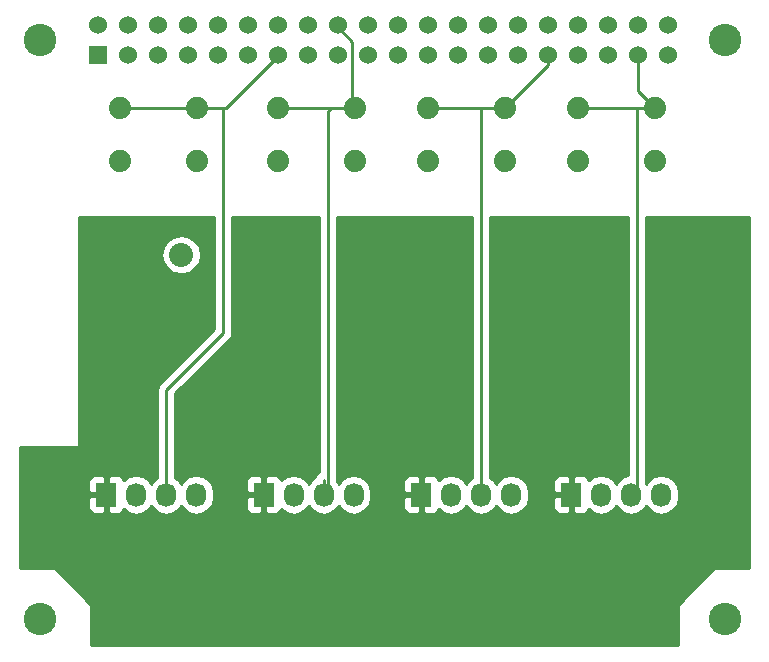
<source format=gbl>
G04 #@! TF.FileFunction,Copper,L2,Bot,Signal*
%FSLAX46Y46*%
G04 Gerber Fmt 4.6, Leading zero omitted, Abs format (unit mm)*
G04 Created by KiCad (PCBNEW (2015-09-17 BZR 6202)-product) date Sunday, October 11, 2015 'PMt' 02:52:04 PM*
%MOMM*%
G01*
G04 APERTURE LIST*
%ADD10C,0.200000*%
%ADD11R,1.524000X1.524000*%
%ADD12C,1.524000*%
%ADD13C,2.750000*%
%ADD14R,1.727200X2.032000*%
%ADD15O,1.727200X2.032000*%
%ADD16R,2.032000X2.032000*%
%ADD17O,2.032000X2.032000*%
%ADD18C,1.879600*%
%ADD19C,0.889000*%
%ADD20C,0.254000*%
G04 APERTURE END LIST*
D10*
D11*
X37370000Y-26270000D03*
D12*
X37370000Y-23730000D03*
X50070000Y-26270000D03*
X39910000Y-23730000D03*
X52610000Y-26270000D03*
X42450000Y-23730000D03*
X55150000Y-26270000D03*
X44990000Y-23730000D03*
X57690000Y-26270000D03*
X47530000Y-23730000D03*
X60230000Y-26270000D03*
X50070000Y-23730000D03*
X62770000Y-26270000D03*
X52610000Y-23730000D03*
X65310000Y-26270000D03*
X55150000Y-23730000D03*
X67850000Y-26270000D03*
X57690000Y-23730000D03*
X70390000Y-26270000D03*
X60230000Y-23730000D03*
X72930000Y-26270000D03*
X62770000Y-23730000D03*
X75470000Y-26270000D03*
X65310000Y-23730000D03*
X67850000Y-23730000D03*
X78010000Y-26270000D03*
X70390000Y-23730000D03*
X75470000Y-23730000D03*
X78010000Y-23730000D03*
X80550000Y-23730000D03*
X83090000Y-23730000D03*
X80550000Y-26270000D03*
X83090000Y-26270000D03*
X39910000Y-26270000D03*
X42450000Y-26270000D03*
X44990000Y-26270000D03*
X47530000Y-26270000D03*
X85630000Y-26270000D03*
X85630000Y-23730000D03*
X72930000Y-23730000D03*
D13*
X32500000Y-74000000D03*
X90500000Y-74000000D03*
X90500000Y-25000000D03*
X32500000Y-25000000D03*
D14*
X38100000Y-63500000D03*
D15*
X40640000Y-63500000D03*
X43180000Y-63500000D03*
X45720000Y-63500000D03*
D14*
X51435000Y-63500000D03*
D15*
X53975000Y-63500000D03*
X56515000Y-63500000D03*
X59055000Y-63500000D03*
D14*
X64770000Y-63500000D03*
D15*
X67310000Y-63500000D03*
X69850000Y-63500000D03*
X72390000Y-63500000D03*
D14*
X77470000Y-63500000D03*
D15*
X80010000Y-63500000D03*
X82550000Y-63500000D03*
X85090000Y-63500000D03*
D16*
X44450000Y-45720000D03*
D17*
X44450000Y-43180000D03*
D18*
X39293800Y-30759400D03*
X45796200Y-30759400D03*
X39293800Y-35280600D03*
X45796200Y-35280600D03*
X52628800Y-30759400D03*
X59131200Y-30759400D03*
X52628800Y-35280600D03*
X59131200Y-35280600D03*
X65328800Y-30759400D03*
X71831200Y-30759400D03*
X65328800Y-35280600D03*
X71831200Y-35280600D03*
X78028800Y-30759400D03*
X84531200Y-30759400D03*
X78028800Y-35280600D03*
X84531200Y-35280600D03*
D19*
X86360000Y-55626000D03*
X73660000Y-55626000D03*
X60452000Y-55626000D03*
X46990000Y-55626000D03*
D20*
X71831200Y-30759400D02*
X69875400Y-30759400D01*
X69850000Y-30784800D02*
X69850000Y-63500000D01*
X69875400Y-30759400D02*
X69850000Y-30784800D01*
X75470000Y-26270000D02*
X75470000Y-27120600D01*
X75470000Y-27120600D02*
X71831200Y-30759400D01*
X71831200Y-30759400D02*
X65328800Y-30759400D01*
X45796200Y-30759400D02*
X48031400Y-30759400D01*
X43180000Y-54610000D02*
X43180000Y-63500000D01*
X48006000Y-49784000D02*
X43180000Y-54610000D01*
X48006000Y-30784800D02*
X48006000Y-49784000D01*
X48031400Y-30759400D02*
X48006000Y-30784800D01*
X45796200Y-30759400D02*
X39293800Y-30759400D01*
X52610000Y-26270000D02*
X52610000Y-26380000D01*
X52610000Y-26380000D02*
X48230600Y-30759400D01*
X48230600Y-30759400D02*
X39293800Y-30759400D01*
X43180000Y-62230000D02*
X43180000Y-63500000D01*
X59131200Y-30759400D02*
X57124600Y-30759400D01*
X56896000Y-30988000D02*
X56896000Y-63119000D01*
X57124600Y-30759400D02*
X56896000Y-30988000D01*
X56896000Y-63119000D02*
X56515000Y-63500000D01*
X57690000Y-23730000D02*
X57690000Y-23908000D01*
X57690000Y-23908000D02*
X58928000Y-25146000D01*
X58928000Y-25146000D02*
X58928000Y-30556200D01*
X58928000Y-30556200D02*
X58724800Y-30759400D01*
X58724800Y-30759400D02*
X52628800Y-30759400D01*
X56515000Y-62230000D02*
X56515000Y-63500000D01*
X84531200Y-30759400D02*
X83083400Y-30759400D01*
X83058000Y-30734000D02*
X83058000Y-62992000D01*
X83083400Y-30759400D02*
X83058000Y-30734000D01*
X83058000Y-62992000D02*
X82550000Y-63500000D01*
X83090000Y-26270000D02*
X83090000Y-29318200D01*
X83090000Y-29318200D02*
X84531200Y-30759400D01*
X84531200Y-30759400D02*
X78028800Y-30759400D01*
X83090000Y-62960000D02*
X82550000Y-63500000D01*
G36*
X47244000Y-49468369D02*
X42641185Y-54071185D01*
X42476004Y-54318395D01*
X42418000Y-54610000D01*
X42418000Y-62056688D01*
X42120330Y-62255585D01*
X41912385Y-62566796D01*
X41702499Y-62252678D01*
X41215020Y-61926956D01*
X40640000Y-61812577D01*
X40064980Y-61926956D01*
X39577501Y-62252678D01*
X39563674Y-62273372D01*
X39501927Y-62124302D01*
X39323299Y-61945673D01*
X39089910Y-61849000D01*
X38385750Y-61849000D01*
X38227000Y-62007750D01*
X38227000Y-63373000D01*
X38247000Y-63373000D01*
X38247000Y-63627000D01*
X38227000Y-63627000D01*
X38227000Y-64992250D01*
X38385750Y-65151000D01*
X39089910Y-65151000D01*
X39323299Y-65054327D01*
X39501927Y-64875698D01*
X39563674Y-64726628D01*
X39577501Y-64747322D01*
X40064980Y-65073044D01*
X40640000Y-65187423D01*
X41215020Y-65073044D01*
X41702499Y-64747322D01*
X41912385Y-64433204D01*
X42120330Y-64744415D01*
X42606511Y-65069271D01*
X43180000Y-65183345D01*
X43753489Y-65069271D01*
X44239670Y-64744415D01*
X44450000Y-64429634D01*
X44660330Y-64744415D01*
X45146511Y-65069271D01*
X45720000Y-65183345D01*
X46293489Y-65069271D01*
X46779670Y-64744415D01*
X47104526Y-64258234D01*
X47198508Y-63785750D01*
X49936400Y-63785750D01*
X49936400Y-64642309D01*
X50033073Y-64875698D01*
X50211701Y-65054327D01*
X50445090Y-65151000D01*
X51149250Y-65151000D01*
X51308000Y-64992250D01*
X51308000Y-63627000D01*
X50095150Y-63627000D01*
X49936400Y-63785750D01*
X47198508Y-63785750D01*
X47218600Y-63684745D01*
X47218600Y-63315255D01*
X47104526Y-62741766D01*
X46847896Y-62357691D01*
X49936400Y-62357691D01*
X49936400Y-63214250D01*
X50095150Y-63373000D01*
X51308000Y-63373000D01*
X51308000Y-62007750D01*
X51149250Y-61849000D01*
X50445090Y-61849000D01*
X50211701Y-61945673D01*
X50033073Y-62124302D01*
X49936400Y-62357691D01*
X46847896Y-62357691D01*
X46779670Y-62255585D01*
X46293489Y-61930729D01*
X45720000Y-61816655D01*
X45146511Y-61930729D01*
X44660330Y-62255585D01*
X44450000Y-62570366D01*
X44239670Y-62255585D01*
X43942000Y-62056688D01*
X43942000Y-54925630D01*
X48544816Y-50322815D01*
X48643834Y-50174623D01*
X48709996Y-50075605D01*
X48768000Y-49784000D01*
X48768000Y-39957000D01*
X56134000Y-39957000D01*
X56134000Y-61585736D01*
X55976185Y-61691185D01*
X55811004Y-61938395D01*
X55792758Y-62030123D01*
X55455330Y-62255585D01*
X55247385Y-62566796D01*
X55037499Y-62252678D01*
X54550020Y-61926956D01*
X53975000Y-61812577D01*
X53399980Y-61926956D01*
X52912501Y-62252678D01*
X52898674Y-62273372D01*
X52836927Y-62124302D01*
X52658299Y-61945673D01*
X52424910Y-61849000D01*
X51720750Y-61849000D01*
X51562000Y-62007750D01*
X51562000Y-63373000D01*
X51582000Y-63373000D01*
X51582000Y-63627000D01*
X51562000Y-63627000D01*
X51562000Y-64992250D01*
X51720750Y-65151000D01*
X52424910Y-65151000D01*
X52658299Y-65054327D01*
X52836927Y-64875698D01*
X52898674Y-64726628D01*
X52912501Y-64747322D01*
X53399980Y-65073044D01*
X53975000Y-65187423D01*
X54550020Y-65073044D01*
X55037499Y-64747322D01*
X55247385Y-64433204D01*
X55455330Y-64744415D01*
X55941511Y-65069271D01*
X56515000Y-65183345D01*
X57088489Y-65069271D01*
X57574670Y-64744415D01*
X57785000Y-64429634D01*
X57995330Y-64744415D01*
X58481511Y-65069271D01*
X59055000Y-65183345D01*
X59628489Y-65069271D01*
X60114670Y-64744415D01*
X60439526Y-64258234D01*
X60533508Y-63785750D01*
X63271400Y-63785750D01*
X63271400Y-64642309D01*
X63368073Y-64875698D01*
X63546701Y-65054327D01*
X63780090Y-65151000D01*
X64484250Y-65151000D01*
X64643000Y-64992250D01*
X64643000Y-63627000D01*
X63430150Y-63627000D01*
X63271400Y-63785750D01*
X60533508Y-63785750D01*
X60553600Y-63684745D01*
X60553600Y-63315255D01*
X60439526Y-62741766D01*
X60182896Y-62357691D01*
X63271400Y-62357691D01*
X63271400Y-63214250D01*
X63430150Y-63373000D01*
X64643000Y-63373000D01*
X64643000Y-62007750D01*
X64484250Y-61849000D01*
X63780090Y-61849000D01*
X63546701Y-61945673D01*
X63368073Y-62124302D01*
X63271400Y-62357691D01*
X60182896Y-62357691D01*
X60114670Y-62255585D01*
X59628489Y-61930729D01*
X59055000Y-61816655D01*
X58481511Y-61930729D01*
X57995330Y-62255585D01*
X57785000Y-62570366D01*
X57658000Y-62380297D01*
X57658000Y-39957000D01*
X69088000Y-39957000D01*
X69088000Y-62056688D01*
X68790330Y-62255585D01*
X68582385Y-62566796D01*
X68372499Y-62252678D01*
X67885020Y-61926956D01*
X67310000Y-61812577D01*
X66734980Y-61926956D01*
X66247501Y-62252678D01*
X66233674Y-62273372D01*
X66171927Y-62124302D01*
X65993299Y-61945673D01*
X65759910Y-61849000D01*
X65055750Y-61849000D01*
X64897000Y-62007750D01*
X64897000Y-63373000D01*
X64917000Y-63373000D01*
X64917000Y-63627000D01*
X64897000Y-63627000D01*
X64897000Y-64992250D01*
X65055750Y-65151000D01*
X65759910Y-65151000D01*
X65993299Y-65054327D01*
X66171927Y-64875698D01*
X66233674Y-64726628D01*
X66247501Y-64747322D01*
X66734980Y-65073044D01*
X67310000Y-65187423D01*
X67885020Y-65073044D01*
X68372499Y-64747322D01*
X68582385Y-64433204D01*
X68790330Y-64744415D01*
X69276511Y-65069271D01*
X69850000Y-65183345D01*
X70423489Y-65069271D01*
X70909670Y-64744415D01*
X71120000Y-64429634D01*
X71330330Y-64744415D01*
X71816511Y-65069271D01*
X72390000Y-65183345D01*
X72963489Y-65069271D01*
X73449670Y-64744415D01*
X73774526Y-64258234D01*
X73868508Y-63785750D01*
X75971400Y-63785750D01*
X75971400Y-64642309D01*
X76068073Y-64875698D01*
X76246701Y-65054327D01*
X76480090Y-65151000D01*
X77184250Y-65151000D01*
X77343000Y-64992250D01*
X77343000Y-63627000D01*
X76130150Y-63627000D01*
X75971400Y-63785750D01*
X73868508Y-63785750D01*
X73888600Y-63684745D01*
X73888600Y-63315255D01*
X73774526Y-62741766D01*
X73517896Y-62357691D01*
X75971400Y-62357691D01*
X75971400Y-63214250D01*
X76130150Y-63373000D01*
X77343000Y-63373000D01*
X77343000Y-62007750D01*
X77184250Y-61849000D01*
X76480090Y-61849000D01*
X76246701Y-61945673D01*
X76068073Y-62124302D01*
X75971400Y-62357691D01*
X73517896Y-62357691D01*
X73449670Y-62255585D01*
X72963489Y-61930729D01*
X72390000Y-61816655D01*
X71816511Y-61930729D01*
X71330330Y-62255585D01*
X71120000Y-62570366D01*
X70909670Y-62255585D01*
X70612000Y-62056688D01*
X70612000Y-39957000D01*
X82296000Y-39957000D01*
X82296000Y-61867179D01*
X81976511Y-61930729D01*
X81490330Y-62255585D01*
X81282385Y-62566796D01*
X81072499Y-62252678D01*
X80585020Y-61926956D01*
X80010000Y-61812577D01*
X79434980Y-61926956D01*
X78947501Y-62252678D01*
X78933674Y-62273372D01*
X78871927Y-62124302D01*
X78693299Y-61945673D01*
X78459910Y-61849000D01*
X77755750Y-61849000D01*
X77597000Y-62007750D01*
X77597000Y-63373000D01*
X77617000Y-63373000D01*
X77617000Y-63627000D01*
X77597000Y-63627000D01*
X77597000Y-64992250D01*
X77755750Y-65151000D01*
X78459910Y-65151000D01*
X78693299Y-65054327D01*
X78871927Y-64875698D01*
X78933674Y-64726628D01*
X78947501Y-64747322D01*
X79434980Y-65073044D01*
X80010000Y-65187423D01*
X80585020Y-65073044D01*
X81072499Y-64747322D01*
X81282385Y-64433204D01*
X81490330Y-64744415D01*
X81976511Y-65069271D01*
X82550000Y-65183345D01*
X83123489Y-65069271D01*
X83609670Y-64744415D01*
X83820000Y-64429634D01*
X84030330Y-64744415D01*
X84516511Y-65069271D01*
X85090000Y-65183345D01*
X85663489Y-65069271D01*
X86149670Y-64744415D01*
X86474526Y-64258234D01*
X86588600Y-63684745D01*
X86588600Y-63315255D01*
X86474526Y-62741766D01*
X86149670Y-62255585D01*
X85663489Y-61930729D01*
X85090000Y-61816655D01*
X84516511Y-61930729D01*
X84030330Y-62255585D01*
X83820000Y-62570366D01*
X83820000Y-39957000D01*
X92533000Y-39957000D01*
X92533000Y-69703000D01*
X89660000Y-69703000D01*
X89610590Y-69713006D01*
X89570197Y-69740197D01*
X86570197Y-72740197D01*
X86542334Y-72782211D01*
X86533000Y-72830000D01*
X86533000Y-76203000D01*
X36787000Y-76203000D01*
X36787000Y-72830000D01*
X36776994Y-72780590D01*
X36749803Y-72740197D01*
X33749803Y-69740197D01*
X33707789Y-69712334D01*
X33660000Y-69703000D01*
X30787000Y-69703000D01*
X30787000Y-63785750D01*
X36601400Y-63785750D01*
X36601400Y-64642309D01*
X36698073Y-64875698D01*
X36876701Y-65054327D01*
X37110090Y-65151000D01*
X37814250Y-65151000D01*
X37973000Y-64992250D01*
X37973000Y-63627000D01*
X36760150Y-63627000D01*
X36601400Y-63785750D01*
X30787000Y-63785750D01*
X30787000Y-62357691D01*
X36601400Y-62357691D01*
X36601400Y-63214250D01*
X36760150Y-63373000D01*
X37973000Y-63373000D01*
X37973000Y-62007750D01*
X37814250Y-61849000D01*
X37110090Y-61849000D01*
X36876701Y-61945673D01*
X36698073Y-62124302D01*
X36601400Y-62357691D01*
X30787000Y-62357691D01*
X30787000Y-59457000D01*
X35660000Y-59457000D01*
X35709410Y-59446994D01*
X35751035Y-59418553D01*
X35778315Y-59376159D01*
X35787000Y-59330000D01*
X35787000Y-43180000D01*
X42766655Y-43180000D01*
X42892330Y-43811810D01*
X43250222Y-44347433D01*
X43785845Y-44705325D01*
X44417655Y-44831000D01*
X44482345Y-44831000D01*
X45114155Y-44705325D01*
X45649778Y-44347433D01*
X46007670Y-43811810D01*
X46133345Y-43180000D01*
X46007670Y-42548190D01*
X45649778Y-42012567D01*
X45114155Y-41654675D01*
X44482345Y-41529000D01*
X44417655Y-41529000D01*
X43785845Y-41654675D01*
X43250222Y-42012567D01*
X42892330Y-42548190D01*
X42766655Y-43180000D01*
X35787000Y-43180000D01*
X35787000Y-39957000D01*
X47244000Y-39957000D01*
X47244000Y-49468369D01*
X47244000Y-49468369D01*
G37*
X47244000Y-49468369D02*
X42641185Y-54071185D01*
X42476004Y-54318395D01*
X42418000Y-54610000D01*
X42418000Y-62056688D01*
X42120330Y-62255585D01*
X41912385Y-62566796D01*
X41702499Y-62252678D01*
X41215020Y-61926956D01*
X40640000Y-61812577D01*
X40064980Y-61926956D01*
X39577501Y-62252678D01*
X39563674Y-62273372D01*
X39501927Y-62124302D01*
X39323299Y-61945673D01*
X39089910Y-61849000D01*
X38385750Y-61849000D01*
X38227000Y-62007750D01*
X38227000Y-63373000D01*
X38247000Y-63373000D01*
X38247000Y-63627000D01*
X38227000Y-63627000D01*
X38227000Y-64992250D01*
X38385750Y-65151000D01*
X39089910Y-65151000D01*
X39323299Y-65054327D01*
X39501927Y-64875698D01*
X39563674Y-64726628D01*
X39577501Y-64747322D01*
X40064980Y-65073044D01*
X40640000Y-65187423D01*
X41215020Y-65073044D01*
X41702499Y-64747322D01*
X41912385Y-64433204D01*
X42120330Y-64744415D01*
X42606511Y-65069271D01*
X43180000Y-65183345D01*
X43753489Y-65069271D01*
X44239670Y-64744415D01*
X44450000Y-64429634D01*
X44660330Y-64744415D01*
X45146511Y-65069271D01*
X45720000Y-65183345D01*
X46293489Y-65069271D01*
X46779670Y-64744415D01*
X47104526Y-64258234D01*
X47198508Y-63785750D01*
X49936400Y-63785750D01*
X49936400Y-64642309D01*
X50033073Y-64875698D01*
X50211701Y-65054327D01*
X50445090Y-65151000D01*
X51149250Y-65151000D01*
X51308000Y-64992250D01*
X51308000Y-63627000D01*
X50095150Y-63627000D01*
X49936400Y-63785750D01*
X47198508Y-63785750D01*
X47218600Y-63684745D01*
X47218600Y-63315255D01*
X47104526Y-62741766D01*
X46847896Y-62357691D01*
X49936400Y-62357691D01*
X49936400Y-63214250D01*
X50095150Y-63373000D01*
X51308000Y-63373000D01*
X51308000Y-62007750D01*
X51149250Y-61849000D01*
X50445090Y-61849000D01*
X50211701Y-61945673D01*
X50033073Y-62124302D01*
X49936400Y-62357691D01*
X46847896Y-62357691D01*
X46779670Y-62255585D01*
X46293489Y-61930729D01*
X45720000Y-61816655D01*
X45146511Y-61930729D01*
X44660330Y-62255585D01*
X44450000Y-62570366D01*
X44239670Y-62255585D01*
X43942000Y-62056688D01*
X43942000Y-54925630D01*
X48544816Y-50322815D01*
X48643834Y-50174623D01*
X48709996Y-50075605D01*
X48768000Y-49784000D01*
X48768000Y-39957000D01*
X56134000Y-39957000D01*
X56134000Y-61585736D01*
X55976185Y-61691185D01*
X55811004Y-61938395D01*
X55792758Y-62030123D01*
X55455330Y-62255585D01*
X55247385Y-62566796D01*
X55037499Y-62252678D01*
X54550020Y-61926956D01*
X53975000Y-61812577D01*
X53399980Y-61926956D01*
X52912501Y-62252678D01*
X52898674Y-62273372D01*
X52836927Y-62124302D01*
X52658299Y-61945673D01*
X52424910Y-61849000D01*
X51720750Y-61849000D01*
X51562000Y-62007750D01*
X51562000Y-63373000D01*
X51582000Y-63373000D01*
X51582000Y-63627000D01*
X51562000Y-63627000D01*
X51562000Y-64992250D01*
X51720750Y-65151000D01*
X52424910Y-65151000D01*
X52658299Y-65054327D01*
X52836927Y-64875698D01*
X52898674Y-64726628D01*
X52912501Y-64747322D01*
X53399980Y-65073044D01*
X53975000Y-65187423D01*
X54550020Y-65073044D01*
X55037499Y-64747322D01*
X55247385Y-64433204D01*
X55455330Y-64744415D01*
X55941511Y-65069271D01*
X56515000Y-65183345D01*
X57088489Y-65069271D01*
X57574670Y-64744415D01*
X57785000Y-64429634D01*
X57995330Y-64744415D01*
X58481511Y-65069271D01*
X59055000Y-65183345D01*
X59628489Y-65069271D01*
X60114670Y-64744415D01*
X60439526Y-64258234D01*
X60533508Y-63785750D01*
X63271400Y-63785750D01*
X63271400Y-64642309D01*
X63368073Y-64875698D01*
X63546701Y-65054327D01*
X63780090Y-65151000D01*
X64484250Y-65151000D01*
X64643000Y-64992250D01*
X64643000Y-63627000D01*
X63430150Y-63627000D01*
X63271400Y-63785750D01*
X60533508Y-63785750D01*
X60553600Y-63684745D01*
X60553600Y-63315255D01*
X60439526Y-62741766D01*
X60182896Y-62357691D01*
X63271400Y-62357691D01*
X63271400Y-63214250D01*
X63430150Y-63373000D01*
X64643000Y-63373000D01*
X64643000Y-62007750D01*
X64484250Y-61849000D01*
X63780090Y-61849000D01*
X63546701Y-61945673D01*
X63368073Y-62124302D01*
X63271400Y-62357691D01*
X60182896Y-62357691D01*
X60114670Y-62255585D01*
X59628489Y-61930729D01*
X59055000Y-61816655D01*
X58481511Y-61930729D01*
X57995330Y-62255585D01*
X57785000Y-62570366D01*
X57658000Y-62380297D01*
X57658000Y-39957000D01*
X69088000Y-39957000D01*
X69088000Y-62056688D01*
X68790330Y-62255585D01*
X68582385Y-62566796D01*
X68372499Y-62252678D01*
X67885020Y-61926956D01*
X67310000Y-61812577D01*
X66734980Y-61926956D01*
X66247501Y-62252678D01*
X66233674Y-62273372D01*
X66171927Y-62124302D01*
X65993299Y-61945673D01*
X65759910Y-61849000D01*
X65055750Y-61849000D01*
X64897000Y-62007750D01*
X64897000Y-63373000D01*
X64917000Y-63373000D01*
X64917000Y-63627000D01*
X64897000Y-63627000D01*
X64897000Y-64992250D01*
X65055750Y-65151000D01*
X65759910Y-65151000D01*
X65993299Y-65054327D01*
X66171927Y-64875698D01*
X66233674Y-64726628D01*
X66247501Y-64747322D01*
X66734980Y-65073044D01*
X67310000Y-65187423D01*
X67885020Y-65073044D01*
X68372499Y-64747322D01*
X68582385Y-64433204D01*
X68790330Y-64744415D01*
X69276511Y-65069271D01*
X69850000Y-65183345D01*
X70423489Y-65069271D01*
X70909670Y-64744415D01*
X71120000Y-64429634D01*
X71330330Y-64744415D01*
X71816511Y-65069271D01*
X72390000Y-65183345D01*
X72963489Y-65069271D01*
X73449670Y-64744415D01*
X73774526Y-64258234D01*
X73868508Y-63785750D01*
X75971400Y-63785750D01*
X75971400Y-64642309D01*
X76068073Y-64875698D01*
X76246701Y-65054327D01*
X76480090Y-65151000D01*
X77184250Y-65151000D01*
X77343000Y-64992250D01*
X77343000Y-63627000D01*
X76130150Y-63627000D01*
X75971400Y-63785750D01*
X73868508Y-63785750D01*
X73888600Y-63684745D01*
X73888600Y-63315255D01*
X73774526Y-62741766D01*
X73517896Y-62357691D01*
X75971400Y-62357691D01*
X75971400Y-63214250D01*
X76130150Y-63373000D01*
X77343000Y-63373000D01*
X77343000Y-62007750D01*
X77184250Y-61849000D01*
X76480090Y-61849000D01*
X76246701Y-61945673D01*
X76068073Y-62124302D01*
X75971400Y-62357691D01*
X73517896Y-62357691D01*
X73449670Y-62255585D01*
X72963489Y-61930729D01*
X72390000Y-61816655D01*
X71816511Y-61930729D01*
X71330330Y-62255585D01*
X71120000Y-62570366D01*
X70909670Y-62255585D01*
X70612000Y-62056688D01*
X70612000Y-39957000D01*
X82296000Y-39957000D01*
X82296000Y-61867179D01*
X81976511Y-61930729D01*
X81490330Y-62255585D01*
X81282385Y-62566796D01*
X81072499Y-62252678D01*
X80585020Y-61926956D01*
X80010000Y-61812577D01*
X79434980Y-61926956D01*
X78947501Y-62252678D01*
X78933674Y-62273372D01*
X78871927Y-62124302D01*
X78693299Y-61945673D01*
X78459910Y-61849000D01*
X77755750Y-61849000D01*
X77597000Y-62007750D01*
X77597000Y-63373000D01*
X77617000Y-63373000D01*
X77617000Y-63627000D01*
X77597000Y-63627000D01*
X77597000Y-64992250D01*
X77755750Y-65151000D01*
X78459910Y-65151000D01*
X78693299Y-65054327D01*
X78871927Y-64875698D01*
X78933674Y-64726628D01*
X78947501Y-64747322D01*
X79434980Y-65073044D01*
X80010000Y-65187423D01*
X80585020Y-65073044D01*
X81072499Y-64747322D01*
X81282385Y-64433204D01*
X81490330Y-64744415D01*
X81976511Y-65069271D01*
X82550000Y-65183345D01*
X83123489Y-65069271D01*
X83609670Y-64744415D01*
X83820000Y-64429634D01*
X84030330Y-64744415D01*
X84516511Y-65069271D01*
X85090000Y-65183345D01*
X85663489Y-65069271D01*
X86149670Y-64744415D01*
X86474526Y-64258234D01*
X86588600Y-63684745D01*
X86588600Y-63315255D01*
X86474526Y-62741766D01*
X86149670Y-62255585D01*
X85663489Y-61930729D01*
X85090000Y-61816655D01*
X84516511Y-61930729D01*
X84030330Y-62255585D01*
X83820000Y-62570366D01*
X83820000Y-39957000D01*
X92533000Y-39957000D01*
X92533000Y-69703000D01*
X89660000Y-69703000D01*
X89610590Y-69713006D01*
X89570197Y-69740197D01*
X86570197Y-72740197D01*
X86542334Y-72782211D01*
X86533000Y-72830000D01*
X86533000Y-76203000D01*
X36787000Y-76203000D01*
X36787000Y-72830000D01*
X36776994Y-72780590D01*
X36749803Y-72740197D01*
X33749803Y-69740197D01*
X33707789Y-69712334D01*
X33660000Y-69703000D01*
X30787000Y-69703000D01*
X30787000Y-63785750D01*
X36601400Y-63785750D01*
X36601400Y-64642309D01*
X36698073Y-64875698D01*
X36876701Y-65054327D01*
X37110090Y-65151000D01*
X37814250Y-65151000D01*
X37973000Y-64992250D01*
X37973000Y-63627000D01*
X36760150Y-63627000D01*
X36601400Y-63785750D01*
X30787000Y-63785750D01*
X30787000Y-62357691D01*
X36601400Y-62357691D01*
X36601400Y-63214250D01*
X36760150Y-63373000D01*
X37973000Y-63373000D01*
X37973000Y-62007750D01*
X37814250Y-61849000D01*
X37110090Y-61849000D01*
X36876701Y-61945673D01*
X36698073Y-62124302D01*
X36601400Y-62357691D01*
X30787000Y-62357691D01*
X30787000Y-59457000D01*
X35660000Y-59457000D01*
X35709410Y-59446994D01*
X35751035Y-59418553D01*
X35778315Y-59376159D01*
X35787000Y-59330000D01*
X35787000Y-43180000D01*
X42766655Y-43180000D01*
X42892330Y-43811810D01*
X43250222Y-44347433D01*
X43785845Y-44705325D01*
X44417655Y-44831000D01*
X44482345Y-44831000D01*
X45114155Y-44705325D01*
X45649778Y-44347433D01*
X46007670Y-43811810D01*
X46133345Y-43180000D01*
X46007670Y-42548190D01*
X45649778Y-42012567D01*
X45114155Y-41654675D01*
X44482345Y-41529000D01*
X44417655Y-41529000D01*
X43785845Y-41654675D01*
X43250222Y-42012567D01*
X42892330Y-42548190D01*
X42766655Y-43180000D01*
X35787000Y-43180000D01*
X35787000Y-39957000D01*
X47244000Y-39957000D01*
X47244000Y-49468369D01*
M02*

</source>
